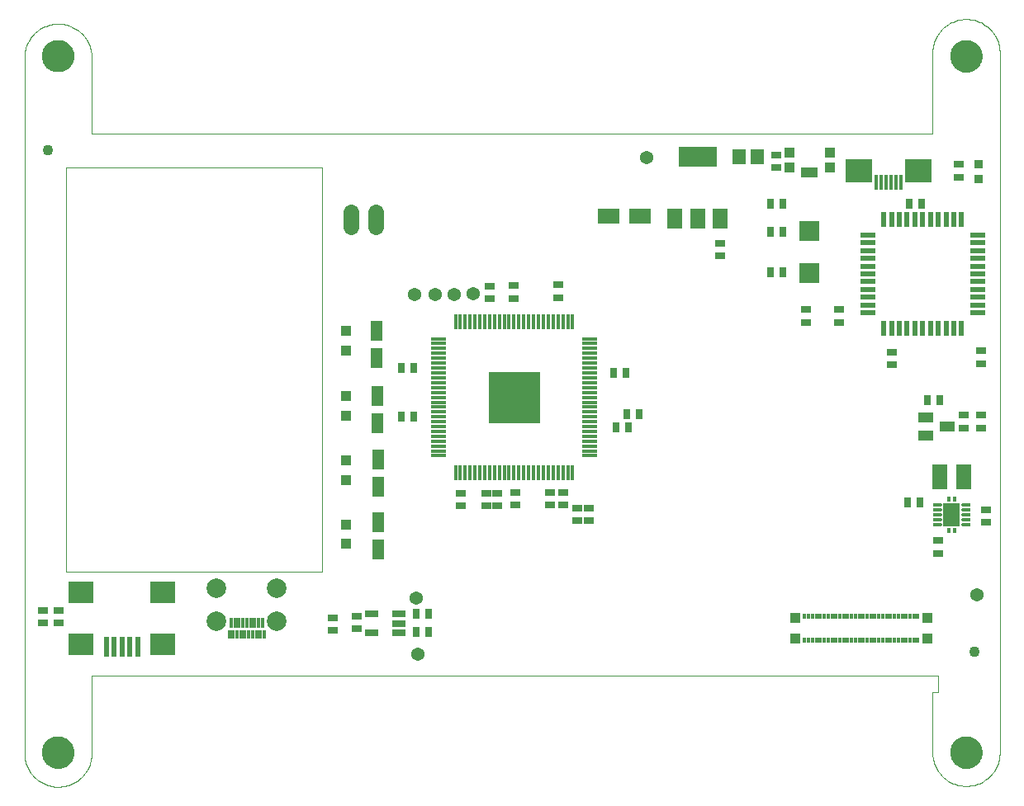
<source format=gts>
G75*
%MOIN*%
%OFA0B0*%
%FSLAX24Y24*%
%IPPOS*%
%LPD*%
%AMOC8*
5,1,8,0,0,1.08239X$1,22.5*
%
%ADD10C,0.0000*%
%ADD11C,0.1300*%
%ADD12C,0.0138*%
%ADD13R,0.0118X0.0236*%
%ADD14R,0.0669X0.0965*%
%ADD15R,0.0299X0.0138*%
%ADD16R,0.0591X0.0985*%
%ADD17R,0.0316X0.0394*%
%ADD18R,0.0394X0.0316*%
%ADD19R,0.0591X0.0434*%
%ADD20R,0.0620X0.0150*%
%ADD21R,0.0150X0.0620*%
%ADD22R,0.2090X0.2090*%
%ADD23R,0.0434X0.0434*%
%ADD24R,0.0512X0.0827*%
%ADD25R,0.0131X0.0237*%
%ADD26R,0.0394X0.0402*%
%ADD27R,0.0631X0.0827*%
%ADD28R,0.1536X0.0827*%
%ADD29R,0.0552X0.0631*%
%ADD30C,0.0434*%
%ADD31R,0.0240X0.0620*%
%ADD32R,0.0620X0.0240*%
%ADD33R,0.0840X0.0840*%
%ADD34R,0.0355X0.0355*%
%ADD35C,0.0540*%
%ADD36R,0.1024X0.0906*%
%ADD37R,0.0237X0.0827*%
%ADD38R,0.0709X0.0434*%
%ADD39C,0.0640*%
%ADD40R,0.0906X0.0591*%
%ADD41R,0.0560X0.0260*%
%ADD42R,0.0158X0.0591*%
%ADD43R,0.1083X0.0946*%
%ADD44R,0.0131X0.0434*%
%ADD45R,0.0131X0.0375*%
%ADD46C,0.0788*%
D10*
X000150Y004791D02*
X000150Y032921D01*
X000878Y032940D02*
X000880Y032990D01*
X000886Y033040D01*
X000896Y033089D01*
X000910Y033137D01*
X000927Y033184D01*
X000948Y033229D01*
X000973Y033273D01*
X001001Y033314D01*
X001033Y033353D01*
X001067Y033390D01*
X001104Y033424D01*
X001144Y033454D01*
X001186Y033481D01*
X001230Y033505D01*
X001276Y033526D01*
X001323Y033542D01*
X001371Y033555D01*
X001421Y033564D01*
X001470Y033569D01*
X001521Y033570D01*
X001571Y033567D01*
X001620Y033560D01*
X001669Y033549D01*
X001717Y033534D01*
X001763Y033516D01*
X001808Y033494D01*
X001851Y033468D01*
X001892Y033439D01*
X001931Y033407D01*
X001967Y033372D01*
X001999Y033334D01*
X002029Y033294D01*
X002056Y033251D01*
X002079Y033207D01*
X002098Y033161D01*
X002114Y033113D01*
X002126Y033064D01*
X002134Y033015D01*
X002138Y032965D01*
X002138Y032915D01*
X002134Y032865D01*
X002126Y032816D01*
X002114Y032767D01*
X002098Y032719D01*
X002079Y032673D01*
X002056Y032629D01*
X002029Y032586D01*
X001999Y032546D01*
X001967Y032508D01*
X001931Y032473D01*
X001892Y032441D01*
X001851Y032412D01*
X001808Y032386D01*
X001763Y032364D01*
X001717Y032346D01*
X001669Y032331D01*
X001620Y032320D01*
X001571Y032313D01*
X001521Y032310D01*
X001470Y032311D01*
X001421Y032316D01*
X001371Y032325D01*
X001323Y032338D01*
X001276Y032354D01*
X001230Y032375D01*
X001186Y032399D01*
X001144Y032426D01*
X001104Y032456D01*
X001067Y032490D01*
X001033Y032527D01*
X001001Y032566D01*
X000973Y032607D01*
X000948Y032651D01*
X000927Y032696D01*
X000910Y032743D01*
X000896Y032791D01*
X000886Y032840D01*
X000880Y032890D01*
X000878Y032940D01*
X000150Y032920D02*
X000154Y032992D01*
X000163Y033064D01*
X000175Y033136D01*
X000191Y033206D01*
X000211Y033276D01*
X000234Y033344D01*
X000261Y033411D01*
X000292Y033477D01*
X000326Y033541D01*
X000363Y033603D01*
X000403Y033663D01*
X000447Y033720D01*
X000494Y033776D01*
X000543Y033828D01*
X000596Y033878D01*
X000651Y033925D01*
X000708Y033970D01*
X000768Y034011D01*
X000829Y034048D01*
X000893Y034083D01*
X000958Y034114D01*
X001025Y034141D01*
X001094Y034165D01*
X001163Y034185D01*
X001233Y034202D01*
X001305Y034215D01*
X001377Y034224D01*
X001449Y034229D01*
X001521Y034230D01*
X001593Y034227D01*
X001665Y034221D01*
X001737Y034211D01*
X001808Y034196D01*
X001878Y034179D01*
X001947Y034157D01*
X002015Y034132D01*
X002081Y034103D01*
X002146Y034071D01*
X002209Y034035D01*
X002270Y033996D01*
X002329Y033954D01*
X002385Y033909D01*
X002439Y033861D01*
X002491Y033810D01*
X002539Y033756D01*
X002585Y033700D01*
X002628Y033641D01*
X002667Y033581D01*
X002703Y033518D01*
X002736Y033454D01*
X002765Y033387D01*
X002791Y033320D01*
X002813Y033251D01*
X002831Y033181D01*
X002846Y033110D01*
X002857Y033038D01*
X002864Y032966D01*
X002867Y032894D01*
X002866Y032822D01*
X002866Y029791D01*
X036803Y029791D01*
X036803Y033058D01*
X036805Y033130D01*
X036811Y033202D01*
X036820Y033274D01*
X036834Y033345D01*
X036851Y033415D01*
X036872Y033485D01*
X036896Y033553D01*
X036924Y033619D01*
X036956Y033684D01*
X036991Y033747D01*
X037029Y033809D01*
X037071Y033868D01*
X037116Y033925D01*
X037163Y033979D01*
X037214Y034031D01*
X037267Y034080D01*
X037322Y034126D01*
X037380Y034169D01*
X037441Y034209D01*
X037503Y034246D01*
X037567Y034279D01*
X037633Y034309D01*
X037700Y034335D01*
X037769Y034358D01*
X037839Y034377D01*
X037909Y034392D01*
X037981Y034404D01*
X038053Y034412D01*
X038125Y034416D01*
X038197Y034416D01*
X038269Y034412D01*
X038341Y034404D01*
X038413Y034392D01*
X038483Y034377D01*
X038553Y034358D01*
X038622Y034335D01*
X038689Y034309D01*
X038755Y034279D01*
X038819Y034246D01*
X038881Y034209D01*
X038942Y034169D01*
X039000Y034126D01*
X039055Y034080D01*
X039108Y034031D01*
X039159Y033979D01*
X039206Y033925D01*
X039251Y033868D01*
X039293Y033809D01*
X039331Y033747D01*
X039366Y033684D01*
X039398Y033619D01*
X039426Y033553D01*
X039450Y033485D01*
X039471Y033415D01*
X039488Y033345D01*
X039502Y033274D01*
X039511Y033202D01*
X039517Y033130D01*
X039519Y033058D01*
X039520Y033058D02*
X039520Y004791D01*
X037531Y004791D02*
X037533Y004841D01*
X037539Y004891D01*
X037549Y004940D01*
X037563Y004988D01*
X037580Y005035D01*
X037601Y005080D01*
X037626Y005124D01*
X037654Y005165D01*
X037686Y005204D01*
X037720Y005241D01*
X037757Y005275D01*
X037797Y005305D01*
X037839Y005332D01*
X037883Y005356D01*
X037929Y005377D01*
X037976Y005393D01*
X038024Y005406D01*
X038074Y005415D01*
X038123Y005420D01*
X038174Y005421D01*
X038224Y005418D01*
X038273Y005411D01*
X038322Y005400D01*
X038370Y005385D01*
X038416Y005367D01*
X038461Y005345D01*
X038504Y005319D01*
X038545Y005290D01*
X038584Y005258D01*
X038620Y005223D01*
X038652Y005185D01*
X038682Y005145D01*
X038709Y005102D01*
X038732Y005058D01*
X038751Y005012D01*
X038767Y004964D01*
X038779Y004915D01*
X038787Y004866D01*
X038791Y004816D01*
X038791Y004766D01*
X038787Y004716D01*
X038779Y004667D01*
X038767Y004618D01*
X038751Y004570D01*
X038732Y004524D01*
X038709Y004480D01*
X038682Y004437D01*
X038652Y004397D01*
X038620Y004359D01*
X038584Y004324D01*
X038545Y004292D01*
X038504Y004263D01*
X038461Y004237D01*
X038416Y004215D01*
X038370Y004197D01*
X038322Y004182D01*
X038273Y004171D01*
X038224Y004164D01*
X038174Y004161D01*
X038123Y004162D01*
X038074Y004167D01*
X038024Y004176D01*
X037976Y004189D01*
X037929Y004205D01*
X037883Y004226D01*
X037839Y004250D01*
X037797Y004277D01*
X037757Y004307D01*
X037720Y004341D01*
X037686Y004378D01*
X037654Y004417D01*
X037626Y004458D01*
X037601Y004502D01*
X037580Y004547D01*
X037563Y004594D01*
X037549Y004642D01*
X037539Y004691D01*
X037533Y004741D01*
X037531Y004791D01*
X036803Y004791D02*
X036805Y004719D01*
X036811Y004647D01*
X036820Y004575D01*
X036834Y004504D01*
X036851Y004434D01*
X036872Y004364D01*
X036896Y004296D01*
X036924Y004230D01*
X036956Y004165D01*
X036991Y004102D01*
X037029Y004040D01*
X037071Y003981D01*
X037116Y003924D01*
X037163Y003870D01*
X037214Y003818D01*
X037267Y003769D01*
X037322Y003723D01*
X037380Y003680D01*
X037441Y003640D01*
X037503Y003603D01*
X037567Y003570D01*
X037633Y003540D01*
X037700Y003514D01*
X037769Y003491D01*
X037839Y003472D01*
X037909Y003457D01*
X037981Y003445D01*
X038053Y003437D01*
X038125Y003433D01*
X038197Y003433D01*
X038269Y003437D01*
X038341Y003445D01*
X038413Y003457D01*
X038483Y003472D01*
X038553Y003491D01*
X038622Y003514D01*
X038689Y003540D01*
X038755Y003570D01*
X038819Y003603D01*
X038881Y003640D01*
X038942Y003680D01*
X039000Y003723D01*
X039055Y003769D01*
X039108Y003818D01*
X039159Y003870D01*
X039206Y003924D01*
X039251Y003981D01*
X039293Y004040D01*
X039331Y004102D01*
X039366Y004165D01*
X039398Y004230D01*
X039426Y004296D01*
X039450Y004364D01*
X039471Y004434D01*
X039488Y004504D01*
X039502Y004575D01*
X039511Y004647D01*
X039517Y004719D01*
X039519Y004791D01*
X036803Y004791D02*
X036803Y007212D01*
X037039Y007212D01*
X037039Y007901D01*
X002866Y007901D01*
X002866Y004732D01*
X002867Y004731D02*
X002863Y004659D01*
X002856Y004587D01*
X002845Y004516D01*
X002830Y004445D01*
X002811Y004375D01*
X002789Y004306D01*
X002763Y004239D01*
X002733Y004173D01*
X002700Y004108D01*
X002664Y004046D01*
X002624Y003985D01*
X002581Y003927D01*
X002535Y003871D01*
X002486Y003818D01*
X002435Y003767D01*
X002380Y003719D01*
X002324Y003674D01*
X002265Y003632D01*
X002204Y003594D01*
X002141Y003558D01*
X002076Y003526D01*
X002009Y003498D01*
X001941Y003473D01*
X001872Y003452D01*
X001802Y003434D01*
X001731Y003420D01*
X001659Y003410D01*
X001587Y003404D01*
X001515Y003402D01*
X001442Y003404D01*
X001370Y003409D01*
X001298Y003418D01*
X001227Y003431D01*
X001157Y003448D01*
X001087Y003469D01*
X001019Y003493D01*
X000953Y003521D01*
X000887Y003552D01*
X000824Y003587D01*
X000762Y003625D01*
X000703Y003666D01*
X000646Y003711D01*
X000591Y003758D01*
X000539Y003808D01*
X000490Y003861D01*
X000443Y003917D01*
X000400Y003974D01*
X000359Y004035D01*
X000322Y004097D01*
X000289Y004161D01*
X000259Y004226D01*
X000232Y004294D01*
X000209Y004362D01*
X000189Y004432D01*
X000174Y004503D01*
X000162Y004574D01*
X000154Y004646D01*
X000150Y004718D01*
X000149Y004791D01*
X000878Y004791D02*
X000880Y004841D01*
X000886Y004891D01*
X000896Y004940D01*
X000910Y004988D01*
X000927Y005035D01*
X000948Y005080D01*
X000973Y005124D01*
X001001Y005165D01*
X001033Y005204D01*
X001067Y005241D01*
X001104Y005275D01*
X001144Y005305D01*
X001186Y005332D01*
X001230Y005356D01*
X001276Y005377D01*
X001323Y005393D01*
X001371Y005406D01*
X001421Y005415D01*
X001470Y005420D01*
X001521Y005421D01*
X001571Y005418D01*
X001620Y005411D01*
X001669Y005400D01*
X001717Y005385D01*
X001763Y005367D01*
X001808Y005345D01*
X001851Y005319D01*
X001892Y005290D01*
X001931Y005258D01*
X001967Y005223D01*
X001999Y005185D01*
X002029Y005145D01*
X002056Y005102D01*
X002079Y005058D01*
X002098Y005012D01*
X002114Y004964D01*
X002126Y004915D01*
X002134Y004866D01*
X002138Y004816D01*
X002138Y004766D01*
X002134Y004716D01*
X002126Y004667D01*
X002114Y004618D01*
X002098Y004570D01*
X002079Y004524D01*
X002056Y004480D01*
X002029Y004437D01*
X001999Y004397D01*
X001967Y004359D01*
X001931Y004324D01*
X001892Y004292D01*
X001851Y004263D01*
X001808Y004237D01*
X001763Y004215D01*
X001717Y004197D01*
X001669Y004182D01*
X001620Y004171D01*
X001571Y004164D01*
X001521Y004161D01*
X001470Y004162D01*
X001421Y004167D01*
X001371Y004176D01*
X001323Y004189D01*
X001276Y004205D01*
X001230Y004226D01*
X001186Y004250D01*
X001144Y004277D01*
X001104Y004307D01*
X001067Y004341D01*
X001033Y004378D01*
X001001Y004417D01*
X000973Y004458D01*
X000948Y004502D01*
X000927Y004547D01*
X000910Y004594D01*
X000896Y004642D01*
X000886Y004691D01*
X000880Y004741D01*
X000878Y004791D01*
X001823Y012094D02*
X001823Y028432D01*
X012158Y028432D01*
X012158Y012094D01*
X001823Y012094D01*
X037531Y032921D02*
X037533Y032971D01*
X037539Y033021D01*
X037549Y033070D01*
X037563Y033118D01*
X037580Y033165D01*
X037601Y033210D01*
X037626Y033254D01*
X037654Y033295D01*
X037686Y033334D01*
X037720Y033371D01*
X037757Y033405D01*
X037797Y033435D01*
X037839Y033462D01*
X037883Y033486D01*
X037929Y033507D01*
X037976Y033523D01*
X038024Y033536D01*
X038074Y033545D01*
X038123Y033550D01*
X038174Y033551D01*
X038224Y033548D01*
X038273Y033541D01*
X038322Y033530D01*
X038370Y033515D01*
X038416Y033497D01*
X038461Y033475D01*
X038504Y033449D01*
X038545Y033420D01*
X038584Y033388D01*
X038620Y033353D01*
X038652Y033315D01*
X038682Y033275D01*
X038709Y033232D01*
X038732Y033188D01*
X038751Y033142D01*
X038767Y033094D01*
X038779Y033045D01*
X038787Y032996D01*
X038791Y032946D01*
X038791Y032896D01*
X038787Y032846D01*
X038779Y032797D01*
X038767Y032748D01*
X038751Y032700D01*
X038732Y032654D01*
X038709Y032610D01*
X038682Y032567D01*
X038652Y032527D01*
X038620Y032489D01*
X038584Y032454D01*
X038545Y032422D01*
X038504Y032393D01*
X038461Y032367D01*
X038416Y032345D01*
X038370Y032327D01*
X038322Y032312D01*
X038273Y032301D01*
X038224Y032294D01*
X038174Y032291D01*
X038123Y032292D01*
X038074Y032297D01*
X038024Y032306D01*
X037976Y032319D01*
X037929Y032335D01*
X037883Y032356D01*
X037839Y032380D01*
X037797Y032407D01*
X037757Y032437D01*
X037720Y032471D01*
X037686Y032508D01*
X037654Y032547D01*
X037626Y032588D01*
X037601Y032632D01*
X037580Y032677D01*
X037563Y032724D01*
X037549Y032772D01*
X037539Y032821D01*
X037533Y032871D01*
X037531Y032921D01*
D11*
X038161Y032921D03*
X038161Y004791D03*
X001508Y004791D03*
X001508Y032940D03*
D12*
X037123Y014793D03*
X037123Y014597D03*
X037123Y014400D03*
X037123Y014203D03*
X037123Y014006D03*
X038040Y014006D03*
X038040Y014203D03*
X038040Y014400D03*
X038040Y014597D03*
X038040Y014793D03*
D13*
X037690Y015040D03*
X037473Y015040D03*
X037473Y013760D03*
X037690Y013760D03*
D14*
X037581Y014400D03*
D15*
X038190Y014400D03*
X038190Y014597D03*
X038190Y014793D03*
X038190Y014203D03*
X038190Y014006D03*
X036973Y014006D03*
X036973Y014203D03*
X036973Y014400D03*
X036973Y014597D03*
X036973Y014793D03*
D16*
X037109Y015916D03*
X038054Y015916D03*
D17*
X036314Y014898D03*
X035802Y014898D03*
X036587Y019023D03*
X037099Y019023D03*
X030760Y024180D03*
X030248Y024180D03*
X030248Y025834D03*
X030760Y025834D03*
X030760Y026976D03*
X030248Y026976D03*
X035858Y026976D03*
X036370Y026976D03*
X024973Y018472D03*
X024461Y018472D03*
X024539Y017921D03*
X024028Y017921D03*
X023929Y020125D03*
X024441Y020125D03*
X015878Y020322D03*
X015366Y020322D03*
X015366Y018354D03*
X015878Y018354D03*
X015957Y010381D03*
X016469Y010381D03*
X016469Y009653D03*
X015957Y009653D03*
D18*
X013575Y009791D03*
X013575Y010302D03*
X012591Y010224D03*
X012591Y009712D03*
X017768Y014751D03*
X017768Y015263D03*
X018791Y015263D03*
X019244Y015263D03*
X019244Y014751D03*
X018791Y014751D03*
X019973Y014791D03*
X019973Y015302D03*
X021370Y015302D03*
X021882Y015302D03*
X021882Y014791D03*
X021370Y014791D03*
X022453Y014673D03*
X022945Y014673D03*
X022945Y014161D03*
X022453Y014161D03*
X031685Y022173D03*
X031685Y022684D03*
X033024Y022684D03*
X033024Y022173D03*
X035150Y020972D03*
X035150Y020460D03*
X038063Y018413D03*
X038063Y017901D03*
X038772Y017901D03*
X038772Y018413D03*
X038772Y020499D03*
X038772Y021011D03*
X038979Y014597D03*
X038979Y014085D03*
X037017Y013344D03*
X037017Y012833D03*
X028221Y024850D03*
X028221Y025361D03*
X030504Y028413D03*
X030504Y028924D03*
X037866Y028550D03*
X037866Y028039D03*
X021685Y023688D03*
X021685Y023176D03*
X019913Y023137D03*
X019913Y023649D03*
X018929Y023629D03*
X018929Y023117D03*
X001528Y010539D03*
X001528Y010027D03*
X000898Y010027D03*
X000898Y010539D03*
D19*
X036547Y017586D03*
X037413Y017960D03*
X036547Y018334D03*
D20*
X022953Y018351D03*
X022953Y018161D03*
X022953Y017961D03*
X022953Y017761D03*
X022953Y017571D03*
X022953Y017371D03*
X022953Y017171D03*
X022953Y016971D03*
X022953Y016781D03*
X022953Y018551D03*
X022953Y018751D03*
X022953Y018941D03*
X022953Y019141D03*
X022953Y019341D03*
X022953Y019531D03*
X022953Y019731D03*
X022953Y019931D03*
X022953Y020121D03*
X022953Y020321D03*
X022953Y020521D03*
X022953Y020711D03*
X022953Y020911D03*
X022953Y021111D03*
X022953Y021311D03*
X022953Y021501D03*
X016873Y021501D03*
X016873Y021311D03*
X016873Y021111D03*
X016873Y020911D03*
X016873Y020711D03*
X016873Y020521D03*
X016873Y020321D03*
X016873Y020121D03*
X016873Y019931D03*
X016873Y019731D03*
X016873Y019531D03*
X016873Y019341D03*
X016873Y019141D03*
X016873Y018941D03*
X016873Y018751D03*
X016873Y018551D03*
X016873Y018351D03*
X016873Y018161D03*
X016873Y017961D03*
X016873Y017761D03*
X016873Y017571D03*
X016873Y017371D03*
X016873Y017171D03*
X016873Y016971D03*
X016873Y016781D03*
D21*
X017553Y016101D03*
X017743Y016101D03*
X017943Y016101D03*
X018143Y016101D03*
X018343Y016101D03*
X018533Y016101D03*
X018733Y016101D03*
X018933Y016101D03*
X019123Y016101D03*
X019323Y016101D03*
X019523Y016101D03*
X019713Y016101D03*
X019913Y016101D03*
X020113Y016101D03*
X020303Y016101D03*
X020503Y016101D03*
X020703Y016101D03*
X020893Y016101D03*
X021093Y016101D03*
X021293Y016101D03*
X021483Y016101D03*
X021683Y016101D03*
X021883Y016101D03*
X022083Y016101D03*
X022273Y016101D03*
X022273Y022181D03*
X022083Y022181D03*
X021883Y022181D03*
X021683Y022181D03*
X021483Y022181D03*
X021293Y022181D03*
X021093Y022181D03*
X020893Y022181D03*
X020703Y022181D03*
X020503Y022181D03*
X020303Y022181D03*
X020113Y022181D03*
X019913Y022181D03*
X019713Y022181D03*
X019523Y022181D03*
X019323Y022181D03*
X019123Y022181D03*
X018933Y022181D03*
X018733Y022181D03*
X018533Y022181D03*
X018343Y022181D03*
X018143Y022181D03*
X017943Y022181D03*
X017743Y022181D03*
X017553Y022181D03*
D22*
X019923Y019121D03*
D23*
X013142Y019180D03*
X013142Y018393D03*
X013142Y016582D03*
X013142Y015795D03*
X013142Y014003D03*
X013142Y013216D03*
X013142Y021031D03*
X013142Y021818D03*
X031016Y028413D03*
X031016Y029043D03*
X032669Y029043D03*
X032669Y028413D03*
D24*
X014362Y021838D03*
X014362Y020736D03*
X014402Y019180D03*
X014402Y018078D03*
X014421Y016641D03*
X014421Y015539D03*
X014421Y014082D03*
X014421Y012980D03*
D25*
X031646Y010283D03*
X031803Y010283D03*
X031961Y010283D03*
X032118Y010283D03*
X032276Y010283D03*
X032433Y010283D03*
X032591Y010283D03*
X032748Y010283D03*
X032906Y010283D03*
X033063Y010283D03*
X033221Y010283D03*
X033378Y010283D03*
X033536Y010283D03*
X033693Y010283D03*
X033850Y010283D03*
X034008Y010283D03*
X034165Y010283D03*
X034323Y010283D03*
X034480Y010283D03*
X034638Y010283D03*
X034795Y010283D03*
X034953Y010283D03*
X035110Y010283D03*
X035268Y010283D03*
X035425Y010283D03*
X035583Y010283D03*
X035740Y010283D03*
X035898Y010283D03*
X036055Y010283D03*
X036213Y010283D03*
X036213Y009338D03*
X036055Y009338D03*
X035898Y009338D03*
X035740Y009338D03*
X035583Y009338D03*
X035425Y009338D03*
X035268Y009338D03*
X035110Y009338D03*
X034953Y009338D03*
X034795Y009338D03*
X034638Y009338D03*
X034480Y009338D03*
X034323Y009338D03*
X034165Y009338D03*
X034008Y009338D03*
X033850Y009338D03*
X033693Y009338D03*
X033536Y009338D03*
X033378Y009338D03*
X033221Y009338D03*
X033063Y009338D03*
X032906Y009338D03*
X032748Y009338D03*
X032591Y009338D03*
X032433Y009338D03*
X032276Y009338D03*
X032118Y009338D03*
X031961Y009338D03*
X031803Y009338D03*
X031646Y009338D03*
D26*
X031252Y009377D03*
X031252Y010243D03*
X036606Y010243D03*
X036606Y009377D03*
D27*
X028221Y026365D03*
X027315Y026365D03*
X026410Y026365D03*
D28*
X027315Y028846D03*
D29*
X028988Y028846D03*
X029736Y028846D03*
D30*
X038496Y008846D03*
X001114Y029141D03*
D31*
X034840Y026331D03*
X035150Y026331D03*
X035470Y026331D03*
X035780Y026331D03*
X036100Y026331D03*
X036410Y026331D03*
X036720Y026331D03*
X037040Y026331D03*
X037350Y026331D03*
X037670Y026331D03*
X037980Y026331D03*
X037980Y021911D03*
X037670Y021911D03*
X037350Y021911D03*
X037040Y021911D03*
X036720Y021911D03*
X036410Y021911D03*
X036100Y021911D03*
X035780Y021911D03*
X035470Y021911D03*
X035150Y021911D03*
X034840Y021911D03*
D32*
X034200Y022551D03*
X034200Y022861D03*
X034200Y023181D03*
X034200Y023491D03*
X034200Y023811D03*
X034200Y024121D03*
X034200Y024431D03*
X034200Y024751D03*
X034200Y025061D03*
X034200Y025381D03*
X034200Y025691D03*
X038620Y025691D03*
X038620Y025381D03*
X038620Y025061D03*
X038620Y024751D03*
X038620Y024431D03*
X038620Y024121D03*
X038620Y023811D03*
X038620Y023491D03*
X038620Y023181D03*
X038620Y022861D03*
X038620Y022551D03*
D33*
X031832Y024173D03*
X031832Y025873D03*
D34*
X038654Y027960D03*
X038654Y028550D03*
D35*
X025248Y028826D03*
X018260Y023334D03*
X017512Y023295D03*
X016724Y023295D03*
X015898Y023295D03*
X015957Y011031D03*
X016036Y008747D03*
X038595Y011149D03*
D36*
X005740Y011247D03*
X005740Y009161D03*
X002433Y009161D03*
X002433Y011247D03*
D37*
X003457Y009062D03*
X003772Y009062D03*
X004087Y009062D03*
X004402Y009062D03*
X004717Y009062D03*
D38*
X031843Y028216D03*
D39*
X014331Y026626D02*
X014331Y026026D01*
X013331Y026026D02*
X013331Y026626D01*
D40*
X023732Y026444D03*
X024992Y026444D03*
D41*
X015257Y010377D03*
X015257Y010007D03*
X015257Y009637D03*
X014177Y009637D03*
X014177Y010377D03*
D42*
X034539Y027842D03*
X034736Y027842D03*
X034933Y027842D03*
X035130Y027842D03*
X035327Y027842D03*
X035524Y027842D03*
D43*
X036223Y028295D03*
X033841Y028295D03*
D44*
X009756Y010027D03*
X009599Y010027D03*
X009441Y010027D03*
X009284Y010027D03*
X009126Y010027D03*
X008969Y010027D03*
X008811Y010027D03*
X008654Y010027D03*
X008496Y010027D03*
D45*
X008417Y009545D03*
X008575Y009545D03*
X008732Y009545D03*
X008890Y009545D03*
X009047Y009545D03*
X009205Y009545D03*
X009362Y009545D03*
X009520Y009545D03*
X009677Y009545D03*
X009835Y009545D03*
D46*
X010347Y010102D03*
X010347Y011424D03*
X007906Y011424D03*
X007906Y010102D03*
M02*

</source>
